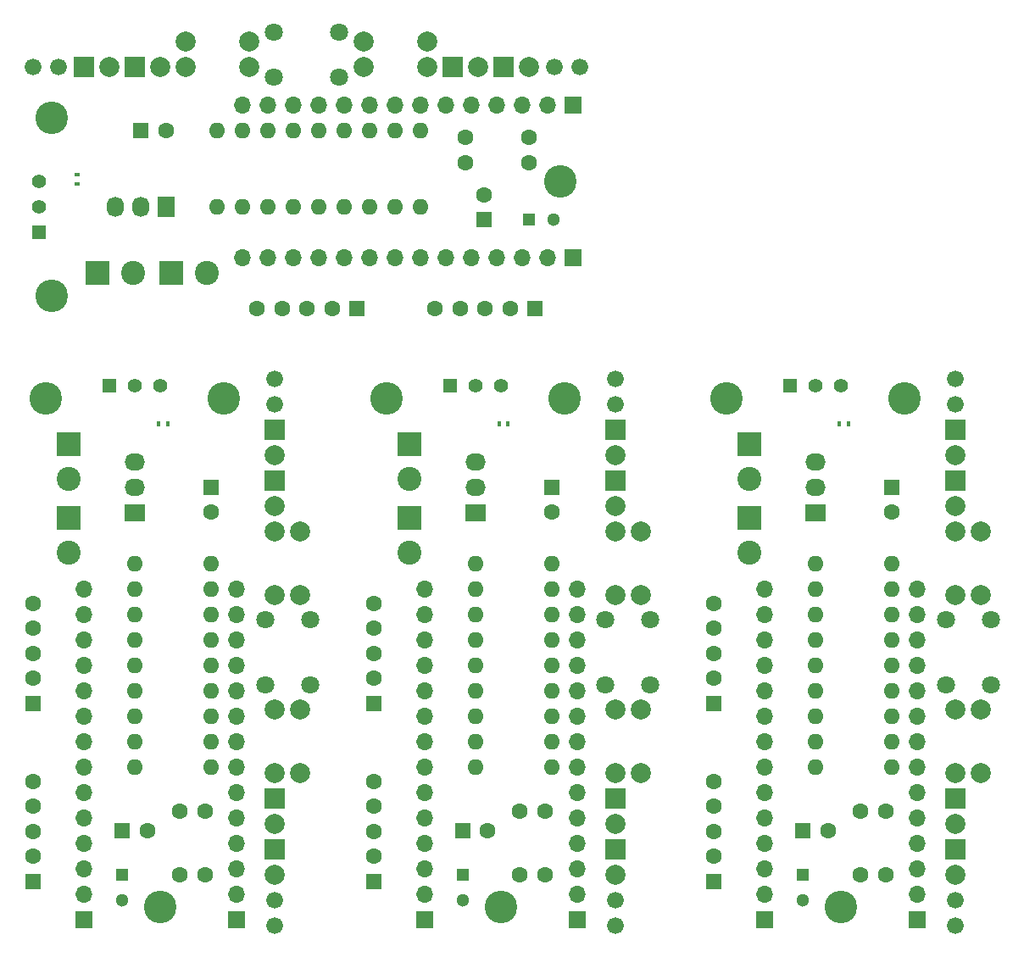
<source format=gbs>
%MOIN*%
%OFA0B0*%
%FSLAX46Y46*%
%IPPOS*%
%LPD*%
%ADD10C,0.0039370078740157488*%
%ADD11C,0.066*%
%ADD12C,0.07874015748031496*%
%ADD13R,0.07874015748031496X0.07874015748031496*%
%ADD14R,0.062992125984251982X0.062992125984251982*%
%ADD15C,0.062992125984251982*%
%ADD16R,0.066929133858267723X0.066929133858267723*%
%ADD17O,0.066929133858267723X0.066929133858267723*%
%ADD18R,0.051181102362204731X0.051181102362204731*%
%ADD19C,0.051181102362204731*%
%ADD20O,0.062992125984251982X0.062992125984251982*%
%ADD21C,0.12795275590551181*%
%ADD22R,0.08X0.068*%
%ADD23O,0.08X0.068*%
%ADD24R,0.055000000000000007X0.055000000000000007*%
%ADD25C,0.055000000000000007*%
%ADD26C,0.094488188976377951*%
%ADD27R,0.094488188976377951X0.094488188976377951*%
%ADD28C,0.0787*%
%ADD29C,0.070866141732283464*%
%ADD30R,0.015748031496062995X0.023622047244094488*%
%ADD41C,0.0039370078740157488*%
%ADD42C,0.066*%
%ADD43C,0.07874015748031496*%
%ADD44R,0.07874015748031496X0.07874015748031496*%
%ADD45R,0.062992125984251982X0.062992125984251982*%
%ADD46C,0.062992125984251982*%
%ADD47R,0.066929133858267723X0.066929133858267723*%
%ADD48O,0.066929133858267723X0.066929133858267723*%
%ADD49R,0.051181102362204731X0.051181102362204731*%
%ADD50C,0.051181102362204731*%
%ADD51O,0.062992125984251982X0.062992125984251982*%
%ADD52C,0.12795275590551181*%
%ADD53R,0.068X0.08*%
%ADD54O,0.068X0.08*%
%ADD55R,0.055000000000000007X0.055000000000000007*%
%ADD56C,0.055000000000000007*%
%ADD57C,0.094488188976377951*%
%ADD58R,0.094488188976377951X0.094488188976377951*%
%ADD59C,0.0787*%
%ADD60C,0.070866141732283464*%
%ADD61R,0.023622047244094488X0.015748031496062995*%
%ADD62C,0.0039370078740157488*%
%ADD63C,0.066*%
%ADD64C,0.07874015748031496*%
%ADD65R,0.07874015748031496X0.07874015748031496*%
%ADD66R,0.062992125984251982X0.062992125984251982*%
%ADD67C,0.062992125984251982*%
%ADD68R,0.066929133858267723X0.066929133858267723*%
%ADD69O,0.066929133858267723X0.066929133858267723*%
%ADD70R,0.051181102362204731X0.051181102362204731*%
%ADD71C,0.051181102362204731*%
%ADD72O,0.062992125984251982X0.062992125984251982*%
%ADD73C,0.12795275590551181*%
%ADD74R,0.08X0.068*%
%ADD75O,0.08X0.068*%
%ADD76R,0.055000000000000007X0.055000000000000007*%
%ADD77C,0.055000000000000007*%
%ADD78C,0.094488188976377951*%
%ADD79R,0.094488188976377951X0.094488188976377951*%
%ADD80C,0.0787*%
%ADD81C,0.070866141732283464*%
%ADD82R,0.015748031496062995X0.023622047244094488*%
%ADD83C,0.0039370078740157488*%
%ADD84C,0.066*%
%ADD85C,0.07874015748031496*%
%ADD86R,0.07874015748031496X0.07874015748031496*%
%ADD87R,0.062992125984251982X0.062992125984251982*%
%ADD88C,0.062992125984251982*%
%ADD89R,0.066929133858267723X0.066929133858267723*%
%ADD90O,0.066929133858267723X0.066929133858267723*%
%ADD91R,0.051181102362204731X0.051181102362204731*%
%ADD92C,0.051181102362204731*%
%ADD93O,0.062992125984251982X0.062992125984251982*%
%ADD94C,0.12795275590551181*%
%ADD95R,0.08X0.068*%
%ADD96O,0.08X0.068*%
%ADD97R,0.055000000000000007X0.055000000000000007*%
%ADD98C,0.055000000000000007*%
%ADD99C,0.094488188976377951*%
%ADD100R,0.094488188976377951X0.094488188976377951*%
%ADD101C,0.0787*%
%ADD102C,0.070866141732283464*%
%ADD103R,0.015748031496062995X0.023622047244094488*%
G01*
D10*
D11*
X-0004799999Y0004650000D02*
X0001050000Y0000075000D03*
X0001050000Y0000175000D03*
D12*
X0001050000Y0000475000D03*
D13*
X0001050000Y0000575000D03*
D14*
X0000100000Y0000250000D03*
D15*
X0000100000Y0000348425D03*
X0000100000Y0000446850D03*
X0000100000Y0000545275D03*
X0000100000Y0000643700D03*
D14*
X0000450000Y0000450000D03*
D15*
X0000548425Y0000450000D03*
D16*
X0000900000Y0000100000D03*
D17*
X0000900000Y0000200000D03*
X0000900000Y0000300000D03*
X0000900000Y0000400000D03*
X0000900000Y0000500000D03*
X0000900000Y0000600000D03*
X0000900000Y0000700000D03*
X0000900000Y0000800000D03*
X0000900000Y0000900000D03*
X0000900000Y0001000000D03*
X0000900000Y0001100000D03*
X0000900000Y0001200000D03*
X0000900000Y0001300000D03*
X0000900000Y0001400000D03*
D18*
X0000450000Y0000275000D03*
D19*
X0000450000Y0000176574D03*
D20*
X0000800000Y0000700000D03*
X0000800000Y0000800000D03*
X0000800000Y0000900000D03*
X0000800000Y0001000000D03*
X0000800000Y0001100000D03*
X0000800000Y0001200000D03*
X0000800000Y0001300000D03*
X0000800000Y0001400000D03*
X0000800000Y0001500000D03*
X0000500000Y0001500000D03*
X0000500000Y0001400000D03*
X0000500000Y0001300000D03*
X0000500000Y0001200000D03*
X0000500000Y0001100000D03*
X0000500000Y0001000000D03*
X0000500000Y0000900000D03*
X0000500000Y0000800000D03*
X0000500000Y0000700000D03*
D14*
X0000100000Y0000950000D03*
D15*
X0000100000Y0001048425D03*
X0000100000Y0001146850D03*
X0000100000Y0001245275D03*
X0000100000Y0001343700D03*
D21*
X0000600000Y0000150000D03*
X0000850000Y0002150000D03*
X0000150000Y0002150000D03*
D15*
X0000800000Y0001701574D03*
D14*
X0000800000Y0001800000D03*
D22*
X0000500000Y0001700000D03*
D23*
X0000500000Y0001800000D03*
X0000500000Y0001900000D03*
D24*
X0000400000Y0002200000D03*
D25*
X0000500000Y0002200000D03*
X0000600000Y0002200000D03*
D26*
X0000240000Y0001832204D03*
D27*
X0000240000Y0001970000D03*
D26*
X0000240000Y0001542204D03*
D27*
X0000240000Y0001680000D03*
D12*
X0001050000Y0001725000D03*
D13*
X0001050000Y0001825000D03*
D28*
X0001050000Y0000925000D03*
X0001050000Y0000675000D03*
X0001150000Y0001375000D03*
X0001150000Y0001625000D03*
X0001150000Y0000925000D03*
X0001150000Y0000675000D03*
X0001050000Y0001375000D03*
X0001050000Y0001625000D03*
D15*
X0000775000Y0000275000D03*
X0000775000Y0000525000D03*
X0000675000Y0000275000D03*
X0000675000Y0000525000D03*
D29*
X0001011417Y0001277952D03*
X0001188582Y0001277952D03*
X0001011417Y0001022047D03*
X0001188582Y0001022047D03*
D16*
X0000300000Y0000100000D03*
D17*
X0000300000Y0000200000D03*
X0000300000Y0000300000D03*
X0000300000Y0000400000D03*
X0000300000Y0000500000D03*
X0000300000Y0000600000D03*
X0000300000Y0000700000D03*
X0000300000Y0000800000D03*
X0000300000Y0000900000D03*
X0000300000Y0001000000D03*
X0000300000Y0001100000D03*
X0000300000Y0001200000D03*
X0000300000Y0001300000D03*
X0000300000Y0001400000D03*
D30*
X0000592283Y0002050000D03*
X0000627716Y0002050000D03*
D12*
X0001050000Y0000275000D03*
D13*
X0001050000Y0000375000D03*
D12*
X0001050000Y0001925000D03*
D13*
X0001050000Y0002025000D03*
D11*
X0001050000Y0002125000D03*
X0001050000Y0002225000D03*
G04 next file*
G04 #@! TF.FileFunction,Soldermask,Bot*
G04 Gerber Fmt 4.6, Leading zero omitted, Abs format (unit mm)*
G04 Created by KiCad (PCBNEW 4.0.6) date 11/20/19 08:45:12*
G01*
G04 APERTURE LIST*
G04 APERTURE END LIST*
D41*
D42*
X-0002327165Y-0002398425D02*
X0002247834Y0003451574D03*
X0002147834Y0003451574D03*
D43*
X0001847834Y0003451574D03*
D44*
X0001747834Y0003451574D03*
D45*
X0002072834Y0002501574D03*
D46*
X0001974409Y0002501574D03*
X0001875984Y0002501574D03*
X0001777559Y0002501574D03*
X0001679133Y0002501574D03*
D45*
X0001872834Y0002851574D03*
D46*
X0001872834Y0002950000D03*
D47*
X0002222834Y0003301574D03*
D48*
X0002122834Y0003301574D03*
X0002022834Y0003301574D03*
X0001922834Y0003301574D03*
X0001822834Y0003301574D03*
X0001722834Y0003301574D03*
X0001622834Y0003301574D03*
X0001522834Y0003301574D03*
X0001422834Y0003301574D03*
X0001322834Y0003301574D03*
X0001222834Y0003301574D03*
X0001122834Y0003301574D03*
X0001022834Y0003301574D03*
X0000922834Y0003301574D03*
D49*
X0002047834Y0002851574D03*
D50*
X0002146259Y0002851574D03*
D51*
X0001622834Y0003201574D03*
X0001522834Y0003201574D03*
X0001422834Y0003201574D03*
X0001322834Y0003201574D03*
X0001222834Y0003201574D03*
X0001122834Y0003201574D03*
X0001022834Y0003201574D03*
X0000922834Y0003201574D03*
X0000822834Y0003201574D03*
X0000822834Y0002901574D03*
X0000922834Y0002901574D03*
X0001022834Y0002901574D03*
X0001122834Y0002901574D03*
X0001222834Y0002901574D03*
X0001322834Y0002901574D03*
X0001422834Y0002901574D03*
X0001522834Y0002901574D03*
X0001622834Y0002901574D03*
D45*
X0001372834Y0002501574D03*
D46*
X0001274409Y0002501574D03*
X0001175984Y0002501574D03*
X0001077559Y0002501574D03*
X0000979133Y0002501574D03*
D52*
X0002172834Y0003001574D03*
X0000172834Y0003251574D03*
X0000172834Y0002551574D03*
D46*
X0000621259Y0003201574D03*
D45*
X0000522834Y0003201574D03*
D53*
X0000622834Y0002901574D03*
D54*
X0000522834Y0002901574D03*
X0000422834Y0002901574D03*
D55*
X0000122834Y0002801574D03*
D56*
X0000122834Y0002901574D03*
X0000122834Y0003001574D03*
D57*
X0000490629Y0002641574D03*
D58*
X0000352834Y0002641574D03*
D57*
X0000780629Y0002641574D03*
D58*
X0000642834Y0002641574D03*
D43*
X0000597834Y0003451574D03*
D44*
X0000497834Y0003451574D03*
D59*
X0001397834Y0003451574D03*
X0001647834Y0003451574D03*
X0000947834Y0003551574D03*
X0000697834Y0003551574D03*
X0001397834Y0003551574D03*
X0001647834Y0003551574D03*
X0000947834Y0003451574D03*
X0000697834Y0003451574D03*
D46*
X0002047834Y0003176574D03*
X0001797834Y0003176574D03*
X0002047834Y0003076574D03*
X0001797834Y0003076574D03*
D60*
X0001044881Y0003412992D03*
X0001044881Y0003590157D03*
X0001300787Y0003412992D03*
X0001300787Y0003590157D03*
D47*
X0002222834Y0002701574D03*
D48*
X0002122834Y0002701574D03*
X0002022834Y0002701574D03*
X0001922834Y0002701574D03*
X0001822834Y0002701574D03*
X0001722834Y0002701574D03*
X0001622834Y0002701574D03*
X0001522834Y0002701574D03*
X0001422834Y0002701574D03*
X0001322834Y0002701574D03*
X0001222834Y0002701574D03*
X0001122834Y0002701574D03*
X0001022834Y0002701574D03*
X0000922834Y0002701574D03*
D61*
X0000272834Y0002993858D03*
X0000272834Y0003029291D03*
D43*
X0002047834Y0003451574D03*
D44*
X0001947834Y0003451574D03*
D43*
X0000397834Y0003451574D03*
D44*
X0000297834Y0003451574D03*
D42*
X0000197834Y0003451574D03*
X0000097834Y0003451574D03*
G04 next file*
G04 #@! TF.FileFunction,Soldermask,Bot*
G04 Gerber Fmt 4.6, Leading zero omitted, Abs format (unit mm)*
G04 Created by KiCad (PCBNEW 4.0.6) date 11/20/19 08:45:12*
G01*
G04 APERTURE LIST*
G04 APERTURE END LIST*
D62*
D63*
X-0003461417Y0004650000D02*
X0002388582Y0000075000D03*
X0002388582Y0000175000D03*
D64*
X0002388582Y0000475000D03*
D65*
X0002388582Y0000575000D03*
D66*
X0001438582Y0000250000D03*
D67*
X0001438582Y0000348425D03*
X0001438582Y0000446850D03*
X0001438582Y0000545275D03*
X0001438582Y0000643700D03*
D66*
X0001788582Y0000450000D03*
D67*
X0001887007Y0000450000D03*
D68*
X0002238582Y0000100000D03*
D69*
X0002238582Y0000200000D03*
X0002238582Y0000300000D03*
X0002238582Y0000400000D03*
X0002238582Y0000500000D03*
X0002238582Y0000600000D03*
X0002238582Y0000700000D03*
X0002238582Y0000800000D03*
X0002238582Y0000900000D03*
X0002238582Y0001000000D03*
X0002238582Y0001100000D03*
X0002238582Y0001200000D03*
X0002238582Y0001300000D03*
X0002238582Y0001400000D03*
D70*
X0001788582Y0000275000D03*
D71*
X0001788582Y0000176574D03*
D72*
X0002138582Y0000700000D03*
X0002138582Y0000800000D03*
X0002138582Y0000900000D03*
X0002138582Y0001000000D03*
X0002138582Y0001100000D03*
X0002138582Y0001200000D03*
X0002138582Y0001300000D03*
X0002138582Y0001400000D03*
X0002138582Y0001500000D03*
X0001838582Y0001500000D03*
X0001838582Y0001400000D03*
X0001838582Y0001300000D03*
X0001838582Y0001200000D03*
X0001838582Y0001100000D03*
X0001838582Y0001000000D03*
X0001838582Y0000900000D03*
X0001838582Y0000800000D03*
X0001838582Y0000700000D03*
D66*
X0001438582Y0000950000D03*
D67*
X0001438582Y0001048425D03*
X0001438582Y0001146850D03*
X0001438582Y0001245275D03*
X0001438582Y0001343700D03*
D73*
X0001938582Y0000150000D03*
X0002188582Y0002150000D03*
X0001488582Y0002150000D03*
D67*
X0002138582Y0001701574D03*
D66*
X0002138582Y0001800000D03*
D74*
X0001838582Y0001700000D03*
D75*
X0001838582Y0001800000D03*
X0001838582Y0001900000D03*
D76*
X0001738582Y0002200000D03*
D77*
X0001838582Y0002200000D03*
X0001938582Y0002200000D03*
D78*
X0001578582Y0001832204D03*
D79*
X0001578582Y0001970000D03*
D78*
X0001578582Y0001542204D03*
D79*
X0001578582Y0001680000D03*
D64*
X0002388582Y0001725000D03*
D65*
X0002388582Y0001825000D03*
D80*
X0002388582Y0000925000D03*
X0002388582Y0000675000D03*
X0002488582Y0001375000D03*
X0002488582Y0001625000D03*
X0002488582Y0000925000D03*
X0002488582Y0000675000D03*
X0002388582Y0001375000D03*
X0002388582Y0001625000D03*
D67*
X0002113582Y0000275000D03*
X0002113582Y0000525000D03*
X0002013582Y0000275000D03*
X0002013582Y0000525000D03*
D81*
X0002350000Y0001277952D03*
X0002527165Y0001277952D03*
X0002350000Y0001022047D03*
X0002527165Y0001022047D03*
D68*
X0001638582Y0000100000D03*
D69*
X0001638582Y0000200000D03*
X0001638582Y0000300000D03*
X0001638582Y0000400000D03*
X0001638582Y0000500000D03*
X0001638582Y0000600000D03*
X0001638582Y0000700000D03*
X0001638582Y0000800000D03*
X0001638582Y0000900000D03*
X0001638582Y0001000000D03*
X0001638582Y0001100000D03*
X0001638582Y0001200000D03*
X0001638582Y0001300000D03*
X0001638582Y0001400000D03*
D82*
X0001930866Y0002050000D03*
X0001966299Y0002050000D03*
D64*
X0002388582Y0000275000D03*
D65*
X0002388582Y0000375000D03*
D64*
X0002388582Y0001925000D03*
D65*
X0002388582Y0002025000D03*
D63*
X0002388582Y0002125000D03*
X0002388582Y0002225000D03*
G04 next file*
G04 #@! TF.FileFunction,Soldermask,Bot*
G04 Gerber Fmt 4.6, Leading zero omitted, Abs format (unit mm)*
G04 Created by KiCad (PCBNEW 4.0.6) date 11/20/19 08:45:12*
G01*
G04 APERTURE LIST*
G04 APERTURE END LIST*
D83*
D84*
X-0002122834Y0004650000D02*
X0003727165Y0000075000D03*
X0003727165Y0000175000D03*
D85*
X0003727165Y0000475000D03*
D86*
X0003727165Y0000575000D03*
D87*
X0002777165Y0000250000D03*
D88*
X0002777165Y0000348425D03*
X0002777165Y0000446850D03*
X0002777165Y0000545275D03*
X0002777165Y0000643700D03*
D87*
X0003127165Y0000450000D03*
D88*
X0003225590Y0000450000D03*
D89*
X0003577165Y0000100000D03*
D90*
X0003577165Y0000200000D03*
X0003577165Y0000300000D03*
X0003577165Y0000400000D03*
X0003577165Y0000500000D03*
X0003577165Y0000600000D03*
X0003577165Y0000700000D03*
X0003577165Y0000800000D03*
X0003577165Y0000900000D03*
X0003577165Y0001000000D03*
X0003577165Y0001100000D03*
X0003577165Y0001200000D03*
X0003577165Y0001300000D03*
X0003577165Y0001400000D03*
D91*
X0003127165Y0000275000D03*
D92*
X0003127165Y0000176574D03*
D93*
X0003477165Y0000700000D03*
X0003477165Y0000800000D03*
X0003477165Y0000900000D03*
X0003477165Y0001000000D03*
X0003477165Y0001100000D03*
X0003477165Y0001200000D03*
X0003477165Y0001300000D03*
X0003477165Y0001400000D03*
X0003477165Y0001500000D03*
X0003177165Y0001500000D03*
X0003177165Y0001400000D03*
X0003177165Y0001300000D03*
X0003177165Y0001200000D03*
X0003177165Y0001100000D03*
X0003177165Y0001000000D03*
X0003177165Y0000900000D03*
X0003177165Y0000800000D03*
X0003177165Y0000700000D03*
D87*
X0002777165Y0000950000D03*
D88*
X0002777165Y0001048425D03*
X0002777165Y0001146850D03*
X0002777165Y0001245275D03*
X0002777165Y0001343700D03*
D94*
X0003277165Y0000150000D03*
X0003527165Y0002150000D03*
X0002827165Y0002150000D03*
D88*
X0003477165Y0001701574D03*
D87*
X0003477165Y0001800000D03*
D95*
X0003177165Y0001700000D03*
D96*
X0003177165Y0001800000D03*
X0003177165Y0001900000D03*
D97*
X0003077165Y0002200000D03*
D98*
X0003177165Y0002200000D03*
X0003277165Y0002200000D03*
D99*
X0002917165Y0001832204D03*
D100*
X0002917165Y0001970000D03*
D99*
X0002917165Y0001542204D03*
D100*
X0002917165Y0001680000D03*
D85*
X0003727165Y0001725000D03*
D86*
X0003727165Y0001825000D03*
D101*
X0003727165Y0000925000D03*
X0003727165Y0000675000D03*
X0003827165Y0001375000D03*
X0003827165Y0001625000D03*
X0003827165Y0000925000D03*
X0003827165Y0000675000D03*
X0003727165Y0001375000D03*
X0003727165Y0001625000D03*
D88*
X0003452165Y0000275000D03*
X0003452165Y0000525000D03*
X0003352165Y0000275000D03*
X0003352165Y0000525000D03*
D102*
X0003688582Y0001277952D03*
X0003865748Y0001277952D03*
X0003688582Y0001022047D03*
X0003865748Y0001022047D03*
D89*
X0002977165Y0000100000D03*
D90*
X0002977165Y0000200000D03*
X0002977165Y0000300000D03*
X0002977165Y0000400000D03*
X0002977165Y0000500000D03*
X0002977165Y0000600000D03*
X0002977165Y0000700000D03*
X0002977165Y0000800000D03*
X0002977165Y0000900000D03*
X0002977165Y0001000000D03*
X0002977165Y0001100000D03*
X0002977165Y0001200000D03*
X0002977165Y0001300000D03*
X0002977165Y0001400000D03*
D103*
X0003269448Y0002050000D03*
X0003304881Y0002050000D03*
D85*
X0003727165Y0000275000D03*
D86*
X0003727165Y0000375000D03*
D85*
X0003727165Y0001925000D03*
D86*
X0003727165Y0002025000D03*
D84*
X0003727165Y0002125000D03*
X0003727165Y0002225000D03*
M02*
</source>
